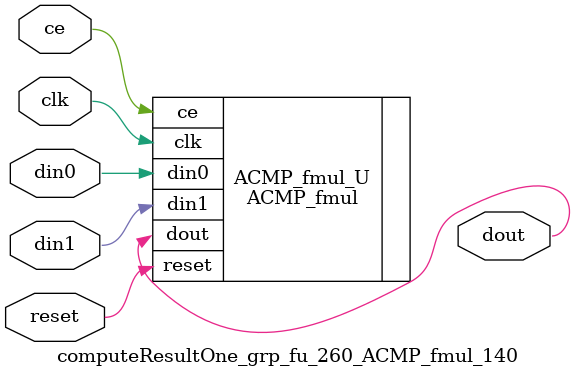
<source format=v>

`timescale 1 ns / 1 ps
module computeResultOne_grp_fu_260_ACMP_fmul_140(
    clk,
    reset,
    ce,
    din0,
    din1,
    dout);

parameter ID = 32'd1;
parameter NUM_STAGE = 32'd1;
parameter din0_WIDTH = 32'd1;
parameter din1_WIDTH = 32'd1;
parameter dout_WIDTH = 32'd1;
input clk;
input reset;
input ce;
input[din0_WIDTH - 1:0] din0;
input[din1_WIDTH - 1:0] din1;
output[dout_WIDTH - 1:0] dout;



ACMP_fmul #(
.ID( ID ),
.NUM_STAGE( 4 ),
.din0_WIDTH( din0_WIDTH ),
.din1_WIDTH( din1_WIDTH ),
.dout_WIDTH( dout_WIDTH ))
ACMP_fmul_U(
    .clk( clk ),
    .reset( reset ),
    .ce( ce ),
    .din0( din0 ),
    .din1( din1 ),
    .dout( dout ));

endmodule

</source>
